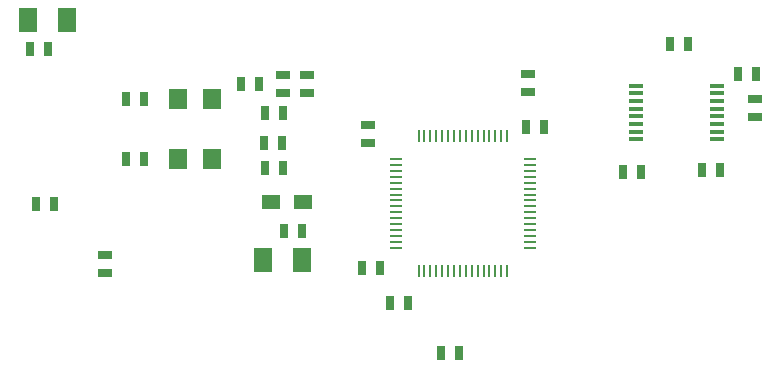
<source format=gtp>
G04 #@! TF.FileFunction,Paste,Top*
%FSLAX46Y46*%
G04 Gerber Fmt 4.6, Leading zero omitted, Abs format (unit mm)*
G04 Created by KiCad (PCBNEW 4.0.7-e2-6376~58~ubuntu14.04.1) date Wed Mar 28 12:10:58 2018*
%MOMM*%
%LPD*%
G01*
G04 APERTURE LIST*
%ADD10C,0.100000*%
%ADD11R,0.635000X1.143000*%
%ADD12R,1.524000X2.032000*%
%ADD13R,1.143000X0.635000*%
%ADD14R,1.597660X1.800860*%
%ADD15R,1.500000X1.300000*%
%ADD16R,1.000000X0.250000*%
%ADD17R,0.250000X1.000000*%
%ADD18R,1.200000X0.400000*%
G04 APERTURE END LIST*
D10*
D11*
X136738000Y-88800000D03*
X138262000Y-88800000D03*
X138262000Y-93500000D03*
X136738000Y-93500000D03*
D12*
X139851000Y-101300000D03*
X136549000Y-101300000D03*
X116649000Y-81000000D03*
X119951000Y-81000000D03*
D11*
X138338000Y-98800000D03*
X139862000Y-98800000D03*
X118362000Y-83400000D03*
X116838000Y-83400000D03*
D13*
X145500000Y-91362000D03*
X145500000Y-89838000D03*
X140300000Y-87162000D03*
X140300000Y-85638000D03*
X138300000Y-85638000D03*
X138300000Y-87162000D03*
D11*
X175262000Y-93700000D03*
X173738000Y-93700000D03*
X167038000Y-93800000D03*
X168562000Y-93800000D03*
D13*
X178250000Y-87688000D03*
X178250000Y-89212000D03*
D11*
X171038000Y-83000000D03*
X172562000Y-83000000D03*
X178362000Y-85500000D03*
X176838000Y-85500000D03*
D14*
X132229860Y-92710000D03*
X129390140Y-92710000D03*
X132229860Y-87630000D03*
X129390140Y-87630000D03*
D15*
X137250000Y-96400000D03*
X139950000Y-96400000D03*
D11*
X126492000Y-92710000D03*
X124968000Y-92710000D03*
D13*
X123190000Y-100838000D03*
X123190000Y-102362000D03*
D11*
X134738000Y-86400000D03*
X136262000Y-86400000D03*
X124968000Y-87630000D03*
X126492000Y-87630000D03*
D16*
X147800000Y-92750000D03*
X147800000Y-93250000D03*
X147800000Y-93750000D03*
X147800000Y-94250000D03*
X147800000Y-94750000D03*
X147800000Y-95250000D03*
X147800000Y-95750000D03*
X147800000Y-96250000D03*
X147800000Y-96750000D03*
X147800000Y-97250000D03*
X147800000Y-97750000D03*
X147800000Y-98250000D03*
X147800000Y-98750000D03*
X147800000Y-99250000D03*
X147800000Y-99750000D03*
X147800000Y-100250000D03*
D17*
X149750000Y-102200000D03*
X150250000Y-102200000D03*
X150750000Y-102200000D03*
X151250000Y-102200000D03*
X151750000Y-102200000D03*
X152250000Y-102200000D03*
X152750000Y-102200000D03*
X153250000Y-102200000D03*
X153750000Y-102200000D03*
X154250000Y-102200000D03*
X154750000Y-102200000D03*
X155250000Y-102200000D03*
X155750000Y-102200000D03*
X156250000Y-102200000D03*
X156750000Y-102200000D03*
X157250000Y-102200000D03*
D16*
X159200000Y-100250000D03*
X159200000Y-99750000D03*
X159200000Y-99250000D03*
X159200000Y-98750000D03*
X159200000Y-98250000D03*
X159200000Y-97750000D03*
X159200000Y-97250000D03*
X159200000Y-96750000D03*
X159200000Y-96250000D03*
X159200000Y-95750000D03*
X159200000Y-95250000D03*
X159200000Y-94750000D03*
X159200000Y-94250000D03*
X159200000Y-93750000D03*
X159200000Y-93250000D03*
X159200000Y-92750000D03*
D17*
X157250000Y-90800000D03*
X156750000Y-90800000D03*
X156250000Y-90800000D03*
X155750000Y-90800000D03*
X155250000Y-90800000D03*
X154750000Y-90800000D03*
X154250000Y-90800000D03*
X153750000Y-90800000D03*
X153250000Y-90800000D03*
X152750000Y-90800000D03*
X152250000Y-90800000D03*
X151750000Y-90800000D03*
X151250000Y-90800000D03*
X150750000Y-90800000D03*
X150250000Y-90800000D03*
X149750000Y-90800000D03*
D11*
X117348000Y-96520000D03*
X118872000Y-96520000D03*
X153162000Y-109200000D03*
X151638000Y-109200000D03*
X158838000Y-90000000D03*
X160362000Y-90000000D03*
D18*
X175050000Y-91075000D03*
X175050000Y-90425000D03*
X175050000Y-89775000D03*
X175050000Y-89125000D03*
X175050000Y-88475000D03*
X175050000Y-87825000D03*
X175050000Y-87175000D03*
X175050000Y-86525000D03*
X168150000Y-86525000D03*
X168150000Y-87175000D03*
X168150000Y-87825000D03*
X168150000Y-88475000D03*
X168150000Y-89125000D03*
X168150000Y-89775000D03*
X168150000Y-90425000D03*
X168150000Y-91075000D03*
D13*
X159000000Y-87062000D03*
X159000000Y-85538000D03*
D11*
X146462000Y-102000000D03*
X144938000Y-102000000D03*
X136638000Y-91400000D03*
X138162000Y-91400000D03*
X148862000Y-104900000D03*
X147338000Y-104900000D03*
M02*

</source>
